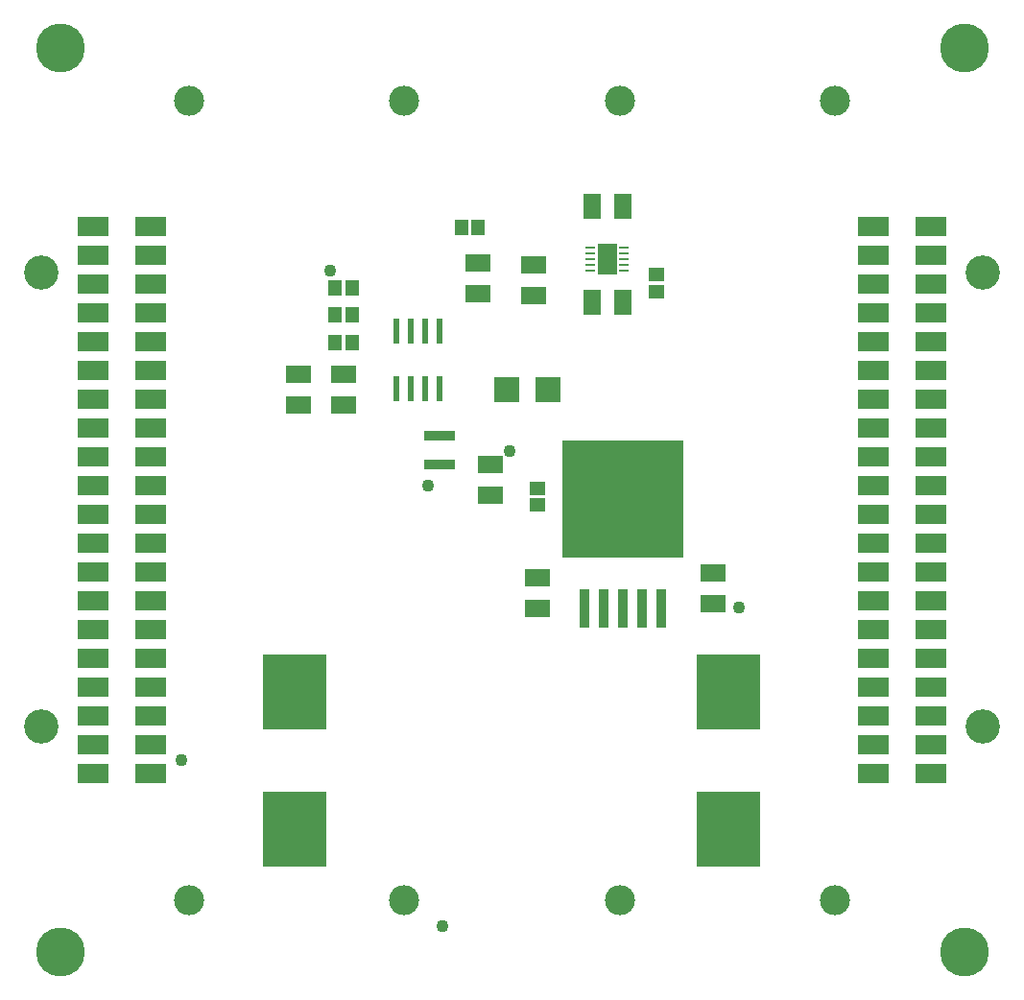
<source format=gbs>
G04*
G04 #@! TF.GenerationSoftware,Altium Limited,Altium Designer,22.9.1 (49)*
G04*
G04 Layer_Color=16711935*
%FSLAX25Y25*%
%MOIN*%
G70*
G04*
G04 #@! TF.SameCoordinates,80F2EAEC-CDE7-43A4-84F7-7BEF4F4580BA*
G04*
G04*
G04 #@! TF.FilePolarity,Negative*
G04*
G01*
G75*
%ADD13R,0.04756X0.05543*%
%ADD15C,0.10445*%
%ADD16C,0.17000*%
%ADD17C,0.11900*%
%ADD18C,0.04300*%
%ADD28R,0.02100X0.09000*%
%ADD31R,0.10600X0.03350*%
%ADD32R,0.08584X0.08701*%
%ADD33R,0.03200X0.01000*%
%ADD34R,0.42200X0.40800*%
%ADD35R,0.03800X0.13800*%
%ADD36R,0.06900X0.10630*%
%ADD37R,0.08693X0.06331*%
%ADD38R,0.11016X0.07000*%
%ADD39R,0.11646X0.13614*%
%ADD40R,0.05543X0.04756*%
%ADD41R,0.06331X0.08693*%
D13*
X-214108Y-122437D02*
D03*
X-208203D02*
D03*
X-214108Y-113038D02*
D03*
X-208203D02*
D03*
Y-103586D02*
D03*
X-170254Y-82699D02*
D03*
X-164348D02*
D03*
X-214108Y-103586D02*
D03*
D15*
X-264803Y-38480D02*
D03*
X-40393Y-316195D02*
D03*
X-115196D02*
D03*
X-264803D02*
D03*
X-115197Y-38480D02*
D03*
X-40394D02*
D03*
X-189999Y-316195D02*
D03*
X-190000Y-38480D02*
D03*
D16*
X4385Y-334126D02*
D03*
X-309602D02*
D03*
X4385Y-20200D02*
D03*
X-309602D02*
D03*
D17*
X10823Y-255938D02*
D03*
Y-98400D02*
D03*
X-316041Y-255938D02*
D03*
X-316041Y-98400D02*
D03*
D18*
X-181751Y-172121D02*
D03*
X-215880Y-97485D02*
D03*
X-153501Y-160337D02*
D03*
X-73801Y-214645D02*
D03*
X-176671Y-325337D02*
D03*
X-267301Y-267437D02*
D03*
D28*
X-177701Y-138526D02*
D03*
X-182701D02*
D03*
X-187701D02*
D03*
X-192701D02*
D03*
Y-118726D02*
D03*
X-187701D02*
D03*
X-182701D02*
D03*
X-177701D02*
D03*
D31*
Y-154787D02*
D03*
Y-164837D02*
D03*
D32*
X-139970Y-138919D02*
D03*
X-154593D02*
D03*
D33*
X-113729Y-97485D02*
D03*
Y-95516D02*
D03*
Y-93547D02*
D03*
Y-91578D02*
D03*
Y-89609D02*
D03*
X-125329Y-97485D02*
D03*
Y-95516D02*
D03*
Y-93547D02*
D03*
Y-91578D02*
D03*
Y-89609D02*
D03*
D34*
X-114214Y-176845D02*
D03*
D35*
Y-214845D02*
D03*
X-120907D02*
D03*
X-127600D02*
D03*
X-100829D02*
D03*
X-107521D02*
D03*
D36*
X-119529Y-93547D02*
D03*
D37*
X-160285Y-164837D02*
D03*
Y-175467D02*
D03*
X-226701Y-133604D02*
D03*
Y-144234D02*
D03*
X-211155Y-133604D02*
D03*
Y-144234D02*
D03*
X-82916Y-202637D02*
D03*
X-145001Y-106145D02*
D03*
X-164348Y-105555D02*
D03*
X-143706Y-214842D02*
D03*
X-164348Y-94925D02*
D03*
X-145001Y-95515D02*
D03*
X-143706Y-204212D02*
D03*
X-82916Y-213267D02*
D03*
D38*
X-7155Y-162170D02*
D03*
Y-122170D02*
D03*
Y-142170D02*
D03*
Y-152170D02*
D03*
Y-132170D02*
D03*
Y-212170D02*
D03*
Y-172170D02*
D03*
Y-182170D02*
D03*
X-27037D02*
D03*
X-7155Y-202170D02*
D03*
Y-192170D02*
D03*
X-27037Y-142170D02*
D03*
Y-152170D02*
D03*
Y-132170D02*
D03*
Y-162170D02*
D03*
Y-172170D02*
D03*
Y-192170D02*
D03*
Y-202170D02*
D03*
Y-212170D02*
D03*
X-7155Y-242170D02*
D03*
Y-222170D02*
D03*
X-27037Y-232170D02*
D03*
Y-222170D02*
D03*
X-7155Y-232170D02*
D03*
X-27037Y-252170D02*
D03*
Y-242170D02*
D03*
X-7155Y-272170D02*
D03*
Y-252170D02*
D03*
Y-262170D02*
D03*
X-27037D02*
D03*
Y-272170D02*
D03*
Y-122170D02*
D03*
X-7155Y-112170D02*
D03*
X-27037D02*
D03*
X-7155Y-102170D02*
D03*
X-27037D02*
D03*
X-7155Y-92170D02*
D03*
X-27037D02*
D03*
X-7155Y-82170D02*
D03*
X-27037D02*
D03*
X-298063D02*
D03*
X-278181D02*
D03*
X-298063Y-92170D02*
D03*
X-278181D02*
D03*
X-298063Y-102170D02*
D03*
X-278181D02*
D03*
X-298063Y-112170D02*
D03*
X-278181D02*
D03*
X-298063Y-122170D02*
D03*
X-278181Y-272170D02*
D03*
X-298063Y-262170D02*
D03*
Y-272170D02*
D03*
Y-252170D02*
D03*
Y-232170D02*
D03*
Y-242170D02*
D03*
Y-222170D02*
D03*
Y-212170D02*
D03*
X-278181Y-262170D02*
D03*
Y-252170D02*
D03*
Y-242170D02*
D03*
Y-232170D02*
D03*
Y-202170D02*
D03*
Y-222170D02*
D03*
Y-212170D02*
D03*
X-298063Y-192170D02*
D03*
Y-202170D02*
D03*
Y-162170D02*
D03*
Y-182170D02*
D03*
Y-172170D02*
D03*
Y-152170D02*
D03*
Y-142170D02*
D03*
Y-132170D02*
D03*
X-278181Y-182170D02*
D03*
Y-192170D02*
D03*
Y-172170D02*
D03*
Y-162170D02*
D03*
Y-132170D02*
D03*
Y-152170D02*
D03*
Y-142170D02*
D03*
Y-122170D02*
D03*
D39*
X-233316Y-297937D02*
D03*
X-222686D02*
D03*
X-233316Y-285338D02*
D03*
X-222686D02*
D03*
X-233316Y-250137D02*
D03*
X-222686Y-237538D02*
D03*
Y-250137D02*
D03*
X-233316Y-237538D02*
D03*
X-82756Y-250137D02*
D03*
X-72126Y-237538D02*
D03*
Y-250137D02*
D03*
X-82756Y-237538D02*
D03*
X-82916Y-297937D02*
D03*
X-72286Y-285338D02*
D03*
Y-297937D02*
D03*
X-82916Y-285338D02*
D03*
D40*
X-102601Y-99059D02*
D03*
Y-104964D02*
D03*
X-143701Y-173137D02*
D03*
Y-179043D02*
D03*
D41*
X-114214Y-75078D02*
D03*
X-124844D02*
D03*
Y-108704D02*
D03*
X-114214D02*
D03*
M02*

</source>
